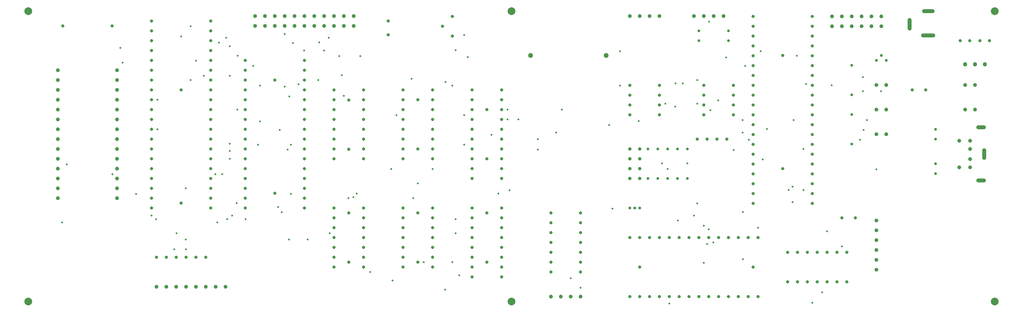
<source format=gbr>
%TF.GenerationSoftware,Novarm,DipTrace,4.3.0.5*%
%TF.CreationDate,2023-08-20T23:12:26+01:00*%
%FSLAX26Y26*%
%MOIN*%
%TF.FileFunction,Plated,1,2,PTH,Drill*%
%TF.Part,Single*%
%TA.AperFunction,ComponentDrill*%
%ADD14C,0.03937*%
%ADD25C,0.051181*%
%TA.AperFunction,ViaDrill*%
%ADD46C,0.019121*%
%TA.AperFunction,ComponentDrill*%
%ADD47C,0.027559*%
%ADD48C,0.031496*%
%ADD49C,0.035433*%
%ADD50C,0.07874*%
%ADD51C,0.029528*%
%ADD52C,0.043307*%
%ADD53C,0.019685*%
G75*
G01*
D47*
X6977953Y1743699D3*
Y2043699D3*
D48*
X8493701Y993699D3*
Y693699D3*
X8193701D3*
X8293701D3*
X8393701D3*
X8593701D3*
X8693701D3*
X8793701D3*
Y993699D3*
X8693701D3*
X8593701D3*
X8393701D3*
X8293701D3*
X8193701D3*
X3293701Y1443699D3*
Y1543699D3*
Y1643699D3*
Y1743699D3*
Y1843699D3*
Y1943699D3*
Y2043699D3*
Y2143699D3*
Y2243699D3*
Y2343699D3*
Y2443699D3*
Y2543699D3*
Y2643699D3*
Y2743699D3*
Y2843699D3*
Y2943699D3*
X2693701D3*
Y2843699D3*
Y2743699D3*
Y2643699D3*
Y2543699D3*
Y2443699D3*
Y2343699D3*
Y2243699D3*
Y2143699D3*
Y2043699D3*
Y1943699D3*
Y1843699D3*
Y1743699D3*
Y1643699D3*
Y1543699D3*
Y1443699D3*
D47*
X6877953Y2043699D3*
Y1743699D3*
D49*
X6693701D3*
Y1843699D3*
Y1943699D3*
Y2043699D3*
X6593701D3*
Y1943699D3*
Y1843699D3*
Y1743699D3*
D48*
X7843504Y3393503D3*
Y3293503D3*
Y3193503D3*
Y3093503D3*
Y2993503D3*
Y2893503D3*
Y2793503D3*
Y2693503D3*
Y2593503D3*
Y2493503D3*
Y2393503D3*
Y2293503D3*
Y2193503D3*
Y2093503D3*
Y1993503D3*
Y1893503D3*
Y1793503D3*
Y1693503D3*
Y1593503D3*
Y1493503D3*
X8443504D3*
Y1593503D3*
Y1693503D3*
Y1793503D3*
Y1893503D3*
Y1993503D3*
Y2093503D3*
Y2193503D3*
Y2293503D3*
Y2393503D3*
Y2493503D3*
Y2593503D3*
Y2693503D3*
Y2793503D3*
Y2893503D3*
Y2993503D3*
Y3093503D3*
Y3193503D3*
Y3293503D3*
Y3393503D3*
X9593701Y2643699D3*
X9455906D3*
X4143701Y3205904D3*
Y3343699D3*
D50*
X5393701Y493699D3*
D51*
X9093701Y2943699D3*
X9143701Y2993699D3*
X9193701Y2943699D3*
D48*
X7277953Y2143699D3*
X7376378D3*
D50*
X493701Y493699D3*
D14*
X7244094Y3393699D3*
X7344094D3*
X7444094D3*
X7544094D3*
X2793701Y3293699D3*
Y3393699D3*
X2893701Y3293699D3*
Y3393699D3*
X2993701Y3293699D3*
Y3393699D3*
X3093701Y3293699D3*
Y3393699D3*
X3193701Y3293699D3*
Y3393699D3*
X3293701Y3293699D3*
Y3393699D3*
X3393701Y3293699D3*
Y3393699D3*
X3493701Y3293699D3*
Y3393699D3*
X3593701Y3293699D3*
Y3393699D3*
X3693701Y3293699D3*
Y3393699D3*
X3793701Y3293699D3*
Y3393699D3*
D48*
X6594094Y2693306D3*
Y2593306D3*
Y2493306D3*
Y2393306D3*
X6894094D3*
Y2493306D3*
Y2593306D3*
Y2693306D3*
X3743701Y1393699D3*
Y893699D3*
X1743504Y3343699D3*
Y3243699D3*
Y3143699D3*
Y3043699D3*
Y2943699D3*
Y2843699D3*
Y2743699D3*
Y2643699D3*
Y2543699D3*
Y2443699D3*
Y2343699D3*
Y2243699D3*
Y2143699D3*
Y2043699D3*
Y1943699D3*
Y1843699D3*
Y1743699D3*
Y1643699D3*
Y1543699D3*
Y1443699D3*
X2343504D3*
Y1543699D3*
Y1643699D3*
Y1743699D3*
Y1843699D3*
Y1943699D3*
Y2043699D3*
Y2143699D3*
Y2243699D3*
Y2343699D3*
Y2443699D3*
Y2543699D3*
Y2643699D3*
Y2743699D3*
Y2843699D3*
Y2943699D3*
Y3043699D3*
Y3143699D3*
Y3243699D3*
Y3343699D3*
X8743701Y1343699D3*
X8881496D3*
D47*
X7593701Y3243701D3*
X7293701D3*
D48*
X6693701Y843699D3*
X7843701D3*
D47*
X7077953Y2043699D3*
Y1743699D3*
D48*
X7477953Y2143699D3*
X7576378D3*
X3593701Y1443699D3*
Y1343699D3*
Y1243699D3*
Y1143699D3*
Y1043699D3*
Y943699D3*
Y843699D3*
X3893701D3*
Y943699D3*
Y1043699D3*
Y1143699D3*
Y1243699D3*
Y1343699D3*
Y1443699D3*
D50*
X10293701Y3443699D3*
D47*
X8843701Y2893699D3*
Y2593699D3*
X9693701Y2243699D3*
Y2143699D3*
D14*
X1393701Y1544093D3*
Y1644093D3*
Y1744093D3*
Y1844093D3*
Y1944093D3*
Y2044093D3*
Y2144093D3*
Y2244093D3*
Y2344093D3*
Y2444093D3*
Y2544093D3*
Y2644093D3*
Y2744093D3*
Y2844093D3*
X793701D3*
Y2744093D3*
Y2644093D3*
Y2544093D3*
Y2444093D3*
Y2344093D3*
Y2244093D3*
Y2144093D3*
Y2044093D3*
Y1944093D3*
Y1844093D3*
Y1744093D3*
Y1644093D3*
Y1544093D3*
D48*
X5793701Y1093699D3*
X6093701D3*
Y793699D3*
Y893699D3*
Y993699D3*
Y1193699D3*
Y1293699D3*
Y1393699D3*
X5793701D3*
Y1293699D3*
Y1193699D3*
Y993699D3*
Y893699D3*
Y793699D3*
D14*
X9093701Y2193699D3*
X9193701D3*
X10043701Y2045274D3*
Y1942912D3*
Y2127951D3*
Y1860235D3*
X9933465Y2127951D3*
Y1860235D3*
X10185433Y1724408D2*
X10126378D1*
X10187402Y2033463D2*
Y1954723D1*
X10185433Y2263778D2*
X10126378D1*
D47*
X8843701Y2393699D3*
Y2093699D3*
X6777953Y2043699D3*
Y1743699D3*
D48*
X2043701Y2643896D3*
Y1493896D3*
D14*
X8643701Y3293503D3*
Y3393503D3*
X8743701Y3293503D3*
Y3393503D3*
X8843701Y3293503D3*
Y3393503D3*
X8943701Y3293503D3*
Y3393503D3*
X9043701Y3293503D3*
Y3393503D3*
X9143701Y3293503D3*
Y3393503D3*
D50*
X493701Y3443699D3*
D14*
X9093701Y1318699D3*
Y1218699D3*
Y1118699D3*
Y1018699D3*
Y918699D3*
Y818699D3*
D48*
X9943701Y3143701D3*
X10042126D3*
X9568110Y3198130D2*
D14*
X9670472D1*
X9575984Y3446161D2*
X9662598D1*
X9430315Y3355610D2*
Y3268996D1*
D48*
X4444094Y1393896D3*
Y893896D3*
D52*
X9993701Y2906495D3*
X10093701D3*
X10193701D3*
D48*
X5144094Y1393896D3*
Y893896D3*
X4293701Y1443699D3*
Y1343699D3*
Y1243699D3*
Y1143699D3*
Y1043699D3*
Y943699D3*
Y843699D3*
X4593701D3*
Y943699D3*
Y1043699D3*
Y1143699D3*
Y1243699D3*
Y1343699D3*
Y1443699D3*
D51*
X6693701Y1443701D3*
X6643701D3*
X6593701D3*
D47*
X9693701Y1893699D3*
Y1793699D3*
D48*
X3743701Y2543306D3*
Y2043306D3*
D14*
X9093701Y2443699D3*
X9193701D3*
D48*
X4293701Y2643699D3*
Y2543699D3*
Y2443699D3*
Y2343699D3*
Y2243699D3*
Y2143699D3*
Y2043699D3*
Y1943699D3*
X4593701D3*
Y2043699D3*
Y2143699D3*
Y2243699D3*
Y2343699D3*
Y2443699D3*
Y2543699D3*
Y2643699D3*
D25*
X6354331Y2993701D3*
X5586614D3*
D50*
X10293701Y493699D3*
D47*
X7177953Y2043699D3*
Y1743699D3*
D48*
X4993701Y2643701D3*
Y2543701D3*
Y2443701D3*
Y2343701D3*
Y2243701D3*
Y2143701D3*
Y2043701D3*
Y1943701D3*
Y1843701D3*
Y1743701D3*
X5293701D3*
Y1843701D3*
Y1943701D3*
Y2043701D3*
Y2143701D3*
Y2243701D3*
Y2343701D3*
Y2443701D3*
Y2543701D3*
Y2643701D3*
D14*
X1793110Y643699D3*
X1893110D3*
X1993110D3*
X2093110D3*
X2193110D3*
X2293110D3*
X2393110D3*
X2493110D3*
X9993701Y2693699D3*
X10093701D3*
D48*
X7344094Y2693306D3*
Y2593306D3*
Y2493306D3*
Y2393306D3*
X7644094D3*
Y2493306D3*
Y2593306D3*
Y2693306D3*
X8143701Y1843699D3*
Y2993699D3*
X4993701Y1443701D3*
Y1343701D3*
Y1243701D3*
Y1143701D3*
Y1043701D3*
Y943701D3*
Y843701D3*
Y743701D3*
X5293701D3*
Y843701D3*
Y943701D3*
Y1043701D3*
Y1143701D3*
Y1243701D3*
Y1343701D3*
Y1443701D3*
D14*
X6593701Y3393699D3*
X6693701D3*
X6793701D3*
X6893701D3*
D48*
X5143307Y2443896D3*
Y1943896D3*
D14*
X9993701Y2443699D3*
X10093701D3*
D48*
X3593701Y2643699D3*
Y2543699D3*
Y2443699D3*
Y2343699D3*
Y2243699D3*
Y2143699D3*
Y2043699D3*
Y1943699D3*
X3893701D3*
Y2043699D3*
Y2143699D3*
Y2243699D3*
Y2343699D3*
Y2443699D3*
Y2543699D3*
Y2643699D3*
X844488Y3294093D3*
X1344488D3*
X4793898Y3193306D3*
X4693898Y3293306D3*
X4793898Y3393306D3*
D14*
X5793701Y543699D3*
X5893701D3*
X5993701D3*
X6093701D3*
D47*
X7593701Y3143701D3*
X7293701D3*
D53*
X7055906Y2711022D3*
X7130709D3*
D48*
X7893701Y1143699D3*
X7793701D3*
X7693701D3*
X7593701D3*
X7493701D3*
X7393701D3*
X7293701D3*
X7193701D3*
X7093701D3*
X6993701D3*
X6893701D3*
X6793701D3*
X6693701D3*
X6593701D3*
Y543699D3*
X6693701D3*
X6793701D3*
X6893701D3*
X6993701D3*
X7093701D3*
X7193701D3*
X7293701D3*
X7393701D3*
X7493701D3*
X7593701D3*
X7693701D3*
X7793701D3*
X7893701D3*
X1793701Y943699D3*
X1893701D3*
X1993701D3*
X2093701D3*
X2193701D3*
X2293701D3*
X10143701Y3143701D3*
X10242126D3*
X4443701Y2543699D3*
Y2043699D3*
X2993504Y1593699D3*
Y2743699D3*
D50*
X5393701Y3443699D3*
D14*
X9093701Y2693699D3*
X9193701D3*
D46*
X3063031Y1402446D3*
X3740118Y1544411D3*
X8743700Y1055040D3*
X7277952Y1493505D3*
Y2504804D3*
X6955433D3*
X2043700Y3189962D3*
X4724570Y2724725D3*
X7277952Y2745473D3*
X4397437Y1544411D3*
X3141929Y2579174D3*
X2606106Y1493899D3*
X2559492Y1368162D3*
X1743504D3*
X1588972Y1589962D3*
X2409448Y1298151D3*
X836811Y1298159D3*
X3028267Y1456501D3*
X6493700Y2689962D3*
X4794098D3*
X2844256Y2324725D3*
Y2690155D3*
X6493700Y3039765D3*
X7921318D3*
X3232366Y2700324D3*
X8288594Y2993501D3*
X3094216Y2678466D3*
X7762476Y2889962D3*
X2459287Y1789962D3*
X2389759D3*
X1789763Y1332918D3*
X2509649D3*
X2697283D3*
X4863425Y761462D3*
X3327500Y1124725D3*
X1345984Y1787206D3*
X884653Y1887206D3*
X3122696Y2040119D3*
X2089960Y1124725D3*
Y1643698D3*
X3137775Y1124725D3*
X7393700Y1227875D3*
X8593700Y1209647D3*
X6920275Y1897363D3*
X7177952D3*
X8927756Y2139765D3*
X7800130D3*
X4828862Y3048749D3*
X8639960Y2693501D3*
X4719771Y615277D3*
X6993700Y476379D3*
X4173307Y1842989D3*
X4593700D3*
X8543110Y589962D3*
X1804842Y2543702D3*
X3176693Y3121438D3*
X2427677Y3124725D3*
X3433783Y2744411D3*
X6383063Y2289962D3*
X2612677Y2443702D3*
X2774728Y2889962D3*
X3290122Y3044411D3*
X4227756Y2389962D3*
X3444653Y3129017D3*
X4912677Y2089962D3*
Y2389962D3*
X7055287Y2474332D3*
X3694413Y2586682D3*
X8205043Y1628269D3*
X7243110Y1368871D3*
X2274724Y2789962D3*
X1451889Y2921970D3*
X2617693Y2993107D3*
X7569405Y2974529D3*
X1804842Y2243702D3*
X3494496Y3044411D3*
X3674728Y2794253D3*
X8382161Y2705001D3*
X2501811Y3175887D3*
X3541929D3*
X3648460Y2989962D3*
X2536574Y2789962D3*
Y3089962D3*
X1428464Y3070273D3*
X8243110Y1505001D3*
Y1663513D3*
X8255090Y2339765D3*
X7736007D3*
Y2212285D3*
X5848149D3*
X3157460Y2089962D3*
Y1589962D3*
X2536578Y1943702D3*
Y2024725D3*
X2824570Y2089962D3*
X7646795Y2034529D3*
X6685161Y2327359D3*
X7395866Y3339765D3*
X4443700Y1694733D3*
X4793901Y893895D3*
X4505433D3*
X3861614Y2986970D3*
X7489452Y2539568D3*
X7411141Y2439568D3*
X3093700Y3210651D3*
X4949283Y2978466D3*
X7892913Y1244411D3*
X8997283Y2339765D3*
X2193700Y2942950D3*
X1974724Y1024725D3*
X2093700D3*
X9093696Y1839765D3*
X6977952Y1842914D3*
X7739960Y1403635D3*
Y924725D3*
X3959649Y796225D3*
X4379334Y2759489D3*
X3825204Y1590442D3*
X5259098D3*
X1997437Y1189962D3*
X3550326D3*
X5993704Y732359D3*
X8353133Y1628269D3*
X7343862Y1264096D3*
Y889962D3*
X6093700Y634966D3*
X8353133Y2045277D3*
X5902598Y2443702D3*
X5355043D3*
X7984866Y2247048D3*
X5189570Y2189962D3*
X2140283Y3293111D3*
X4914519Y3201655D3*
X2140283Y2743698D3*
X8962519Y2239765D3*
X6417822Y1439962D3*
X7082208Y1319029D3*
X8443504Y482363D3*
X2536578Y2097442D3*
X5463941Y2343702D3*
X5355043D3*
X3044374Y2239635D3*
X8957165Y2774529D3*
Y2630391D3*
X4188385Y707009D3*
X9141929Y2630391D3*
X4828661Y1189962D3*
X7378626Y1079214D3*
X4828661Y1332796D3*
X7439960Y1094288D3*
X5374728Y1625206D3*
X3789960Y1555198D3*
X5660594Y2038781D3*
Y2143698D3*
X7939960Y1939765D3*
M02*

</source>
